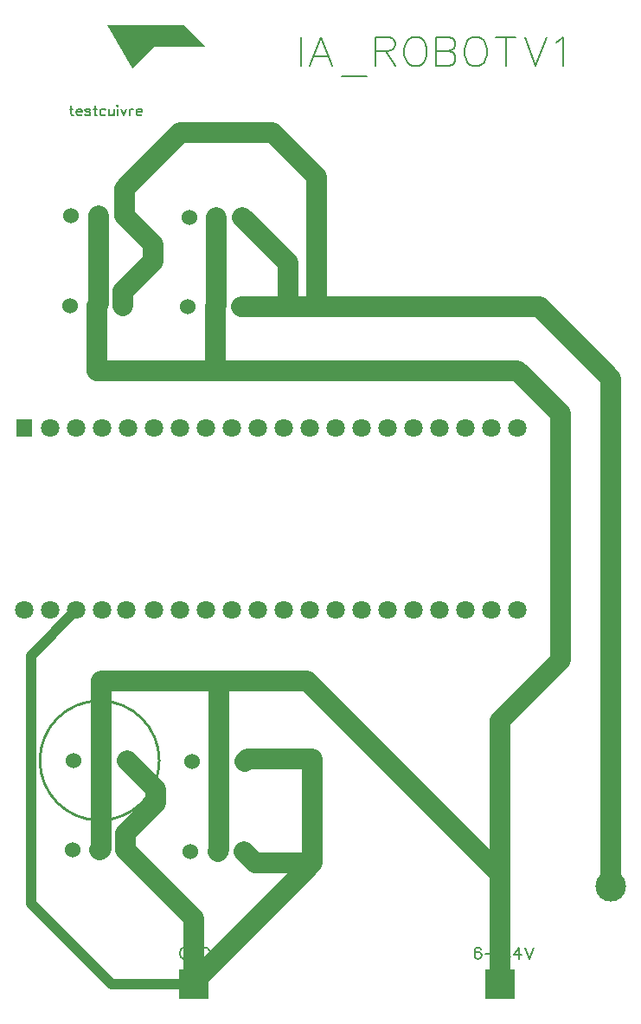
<source format=gtl>
G04 Layer: TopLayer*
G04 EasyEDA v6.5.22, 2023-01-23 21:57:17*
G04 de8440b1728b4b1fa777d768a3c70a3b,04e00c2877c74564a5b2718db8136e36,10*
G04 Gerber Generator version 0.2*
G04 Scale: 100 percent, Rotated: No, Reflected: No *
G04 Dimensions in millimeters *
G04 leading zeros omitted , absolute positions ,4 integer and 5 decimal *
%FSLAX45Y45*%
%MOMM*%

%ADD10C,0.1778*%
%ADD11C,0.1750*%
%ADD12C,2.0000*%
%ADD13C,1.0000*%
%ADD14C,0.2540*%
%ADD15C,1.5240*%
%ADD16C,1.8000*%
%ADD17R,1.5748X1.8000*%
%ADD18R,3.0000X3.0000*%
%ADD19C,3.0000*%
%ADD20C,0.0120*%

%LPD*%
D10*
X1944877Y622807D02*
G01*
X1939543Y633221D01*
X1929129Y643636D01*
X1918970Y648715D01*
X1898142Y648715D01*
X1887728Y643636D01*
X1877313Y633221D01*
X1871979Y622807D01*
X1866900Y607060D01*
X1866900Y581152D01*
X1871979Y565657D01*
X1877313Y555244D01*
X1887728Y544829D01*
X1898142Y539750D01*
X1918970Y539750D01*
X1929129Y544829D01*
X1939543Y555244D01*
X1944877Y565657D01*
X1944877Y581152D01*
X1918970Y581152D02*
G01*
X1944877Y581152D01*
X1979168Y648715D02*
G01*
X1979168Y539750D01*
X1979168Y648715D02*
G01*
X2051811Y539750D01*
X2051811Y648715D02*
G01*
X2051811Y539750D01*
X2086102Y648715D02*
G01*
X2086102Y539750D01*
X2086102Y648715D02*
G01*
X2122424Y648715D01*
X2138172Y643636D01*
X2148586Y633221D01*
X2153665Y622807D01*
X2159000Y607060D01*
X2159000Y581152D01*
X2153665Y565657D01*
X2148586Y555244D01*
X2138172Y544829D01*
X2122424Y539750D01*
X2086102Y539750D01*
X4812029Y633221D02*
G01*
X4806950Y643636D01*
X4791456Y648715D01*
X4781041Y648715D01*
X4765293Y643636D01*
X4754879Y627887D01*
X4749800Y601979D01*
X4749800Y576071D01*
X4754879Y555244D01*
X4765293Y544829D01*
X4781041Y539750D01*
X4786122Y539750D01*
X4801870Y544829D01*
X4812029Y555244D01*
X4817363Y570737D01*
X4817363Y576071D01*
X4812029Y591565D01*
X4801870Y601979D01*
X4786122Y607060D01*
X4781041Y607060D01*
X4765293Y601979D01*
X4754879Y591565D01*
X4749800Y576071D01*
X4851654Y586486D02*
G01*
X4945125Y586486D01*
X5052059Y648715D02*
G01*
X5000243Y539750D01*
X4979415Y648715D02*
G01*
X5052059Y648715D01*
X5091684Y565657D02*
G01*
X5086350Y560323D01*
X5091684Y555244D01*
X5096763Y560323D01*
X5091684Y565657D01*
X5183124Y648715D02*
G01*
X5131054Y576071D01*
X5209031Y576071D01*
X5183124Y648715D02*
G01*
X5183124Y539750D01*
X5243322Y648715D02*
G01*
X5284977Y539750D01*
X5326379Y648715D02*
G01*
X5284977Y539750D01*
D11*
X3048000Y9548368D02*
G01*
X3048000Y9261855D01*
X3247136Y9548368D02*
G01*
X3137915Y9261855D01*
X3247136Y9548368D02*
G01*
X3356102Y9261855D01*
X3178809Y9357360D02*
G01*
X3315208Y9357360D01*
X3446272Y9166605D02*
G01*
X3691636Y9166605D01*
X3781552Y9548368D02*
G01*
X3781552Y9261855D01*
X3781552Y9548368D02*
G01*
X3904488Y9548368D01*
X3945381Y9534652D01*
X3958843Y9520936D01*
X3972559Y9493758D01*
X3972559Y9466579D01*
X3958843Y9439147D01*
X3945381Y9425686D01*
X3904488Y9411970D01*
X3781552Y9411970D01*
X3877056Y9411970D02*
G01*
X3972559Y9261855D01*
X4144263Y9548368D02*
G01*
X4117086Y9534652D01*
X4089908Y9507474D01*
X4076191Y9480042D01*
X4062475Y9439147D01*
X4062475Y9371076D01*
X4076191Y9330181D01*
X4089908Y9302750D01*
X4117086Y9275571D01*
X4144263Y9261855D01*
X4198874Y9261855D01*
X4226306Y9275571D01*
X4253484Y9302750D01*
X4267200Y9330181D01*
X4280661Y9371076D01*
X4280661Y9439147D01*
X4267200Y9480042D01*
X4253484Y9507474D01*
X4226306Y9534652D01*
X4198874Y9548368D01*
X4144263Y9548368D01*
X4370831Y9548368D02*
G01*
X4370831Y9261855D01*
X4370831Y9548368D02*
G01*
X4493513Y9548368D01*
X4534408Y9534652D01*
X4548124Y9520936D01*
X4561586Y9493758D01*
X4561586Y9466579D01*
X4548124Y9439147D01*
X4534408Y9425686D01*
X4493513Y9411970D01*
X4370831Y9411970D02*
G01*
X4493513Y9411970D01*
X4534408Y9398254D01*
X4548124Y9384792D01*
X4561586Y9357360D01*
X4561586Y9316465D01*
X4548124Y9289287D01*
X4534408Y9275571D01*
X4493513Y9261855D01*
X4370831Y9261855D01*
X4733543Y9548368D02*
G01*
X4706111Y9534652D01*
X4678934Y9507474D01*
X4665218Y9480042D01*
X4651756Y9439147D01*
X4651756Y9371076D01*
X4665218Y9330181D01*
X4678934Y9302750D01*
X4706111Y9275571D01*
X4733543Y9261855D01*
X4787900Y9261855D01*
X4815331Y9275571D01*
X4842509Y9302750D01*
X4856225Y9330181D01*
X4869688Y9371076D01*
X4869688Y9439147D01*
X4856225Y9480042D01*
X4842509Y9507474D01*
X4815331Y9534652D01*
X4787900Y9548368D01*
X4733543Y9548368D01*
X5055361Y9548368D02*
G01*
X5055361Y9261855D01*
X4959858Y9548368D02*
G01*
X5150611Y9548368D01*
X5240781Y9548368D02*
G01*
X5349747Y9261855D01*
X5458968Y9548368D02*
G01*
X5349747Y9261855D01*
X5548884Y9493758D02*
G01*
X5576061Y9507474D01*
X5617209Y9548368D01*
X5617209Y9261855D01*
X801115Y8876537D02*
G01*
X801115Y8799321D01*
X805687Y8785605D01*
X814578Y8781034D01*
X823721Y8781034D01*
X787400Y8844787D02*
G01*
X819150Y8844787D01*
X853694Y8817610D02*
G01*
X908304Y8817610D01*
X908304Y8826500D01*
X903731Y8835644D01*
X899160Y8840215D01*
X890015Y8844787D01*
X876554Y8844787D01*
X867410Y8840215D01*
X858265Y8831071D01*
X853694Y8817610D01*
X853694Y8808465D01*
X858265Y8794750D01*
X867410Y8785605D01*
X876554Y8781034D01*
X890015Y8781034D01*
X899160Y8785605D01*
X908304Y8794750D01*
X988313Y8831071D02*
G01*
X983742Y8840215D01*
X970026Y8844787D01*
X956563Y8844787D01*
X942847Y8840215D01*
X938276Y8831071D01*
X942847Y8822181D01*
X951992Y8817610D01*
X974597Y8813037D01*
X983742Y8808465D01*
X988313Y8799321D01*
X988313Y8794750D01*
X983742Y8785605D01*
X970026Y8781034D01*
X956563Y8781034D01*
X942847Y8785605D01*
X938276Y8794750D01*
X1032002Y8876537D02*
G01*
X1032002Y8799321D01*
X1036573Y8785605D01*
X1045463Y8781034D01*
X1054607Y8781034D01*
X1018286Y8844787D02*
G01*
X1050036Y8844787D01*
X1139189Y8831071D02*
G01*
X1130045Y8840215D01*
X1121155Y8844787D01*
X1107439Y8844787D01*
X1098295Y8840215D01*
X1089152Y8831071D01*
X1084579Y8817610D01*
X1084579Y8808465D01*
X1089152Y8794750D01*
X1098295Y8785605D01*
X1107439Y8781034D01*
X1121155Y8781034D01*
X1130045Y8785605D01*
X1139189Y8794750D01*
X1169162Y8844787D02*
G01*
X1169162Y8799321D01*
X1173734Y8785605D01*
X1182878Y8781034D01*
X1196594Y8781034D01*
X1205484Y8785605D01*
X1219200Y8799321D01*
X1219200Y8844787D02*
G01*
X1219200Y8781034D01*
X1249171Y8876537D02*
G01*
X1253744Y8871965D01*
X1258315Y8876537D01*
X1253744Y8881110D01*
X1249171Y8876537D01*
X1253744Y8844787D02*
G01*
X1253744Y8781034D01*
X1288287Y8844787D02*
G01*
X1315465Y8781034D01*
X1342897Y8844787D02*
G01*
X1315465Y8781034D01*
X1372870Y8844787D02*
G01*
X1372870Y8781034D01*
X1372870Y8817610D02*
G01*
X1377442Y8831071D01*
X1386586Y8840215D01*
X1395476Y8844787D01*
X1409192Y8844787D01*
X1439163Y8817610D02*
G01*
X1493773Y8817610D01*
X1493773Y8826500D01*
X1489202Y8835644D01*
X1484629Y8840215D01*
X1475486Y8844787D01*
X1462023Y8844787D01*
X1452879Y8840215D01*
X1443736Y8831071D01*
X1439163Y8817610D01*
X1439163Y8808465D01*
X1443736Y8794750D01*
X1452879Y8785605D01*
X1462023Y8781034D01*
X1475486Y8781034D01*
X1484629Y8785605D01*
X1493773Y8794750D01*
G36*
X1155700Y9664700D02*
G01*
X1400454Y9236354D01*
X1612900Y9448800D01*
X2120900Y9448800D01*
X1905000Y9664700D01*
G37*
D12*
X4999990Y290068D02*
G01*
X4999990Y1362710D01*
X3111500Y3251200D01*
X1092200Y3251200D01*
X1092200Y2476500D01*
X2247900Y2463800D02*
G01*
X2247900Y3251200D01*
X2209800Y6908800D02*
G01*
X2209800Y6286500D01*
X1092200Y2476500D02*
G01*
X1092200Y1612900D01*
X1079500Y1600200D01*
X2247900Y2463800D02*
G01*
X2247900Y1600200D01*
X2235200Y1587500D01*
X1066800Y7797800D02*
G01*
X1066800Y6934200D01*
X1054100Y6921500D01*
X1999995Y290068D02*
G01*
X1999995Y310895D01*
X3162300Y1473200D01*
X3162300Y2489200D01*
X2527300Y2489200D01*
X2501900Y2463800D01*
X3162300Y1473200D02*
G01*
X2603500Y1473200D01*
X2489200Y1587500D01*
X1999995Y289999D02*
G01*
X1999995Y933704D01*
X1333500Y1600200D01*
X1333500Y1600200D02*
G01*
X1333500Y1765300D01*
X1625600Y2057400D01*
X1625600Y2197100D01*
X1346200Y2476500D01*
X2920415Y6908800D02*
G01*
X2920415Y7341184D01*
X2476500Y7785100D01*
X1308100Y6921500D02*
G01*
X1308100Y7061200D01*
X1600200Y7353300D01*
X1600200Y7518400D01*
X1320800Y7797800D01*
X1320800Y7797800D02*
G01*
X1320800Y8064500D01*
X1866900Y8610600D01*
X2768600Y8610600D01*
X3200400Y8178800D01*
X3200400Y6908800D01*
X2222500Y7785100D02*
G01*
X2222500Y6921500D01*
X2209800Y6908800D01*
X6083300Y1244600D02*
G01*
X6083300Y6210300D01*
X5384800Y6908800D01*
X2463800Y6908800D01*
X4999990Y1362710D02*
G01*
X4999990Y2866389D01*
X5588000Y3454400D01*
X5588000Y5867400D01*
X5168900Y6286500D01*
X1054100Y6286500D01*
X1054100Y6921500D01*
D13*
X1999995Y289999D02*
G01*
X1195900Y289999D01*
X406400Y1079500D01*
X406400Y3502479D01*
X852357Y3948437D01*
D14*
G75*
G01*
X1663700Y2476500D02*
G02*
X495300Y2476500I-584200J0D01*
G75*
G01*
X495300Y2476500D02*
G02*
X1663700Y2476500I584200J0D01*
D15*
G01*
X1346200Y2476500D03*
G01*
X1092200Y2476500D03*
G01*
X825500Y2476500D03*
D16*
G01*
X5170347Y5726429D03*
G01*
X4916347Y5726429D03*
G01*
X4662347Y5726429D03*
G01*
X4408347Y5726429D03*
G01*
X4154347Y5726429D03*
G01*
X3900347Y5726429D03*
G01*
X3646347Y5726429D03*
G01*
X3392347Y5726429D03*
G01*
X3138347Y5726429D03*
G01*
X2884347Y5726429D03*
G01*
X2630347Y5726429D03*
G01*
X2376347Y5726429D03*
G01*
X2122347Y5726429D03*
G01*
X1868347Y5726429D03*
G01*
X1614347Y5726429D03*
G01*
X1360347Y5726429D03*
G01*
X1106347Y5726429D03*
G01*
X852347Y5726429D03*
G01*
X598347Y5726429D03*
D17*
G01*
X344347Y5726429D03*
D16*
G01*
X5170347Y3948429D03*
G01*
X4916347Y3948429D03*
G01*
X4662347Y3948429D03*
G01*
X4408347Y3948429D03*
G01*
X4154347Y3948429D03*
G01*
X3900347Y3948429D03*
G01*
X3646347Y3948429D03*
G01*
X3392347Y3948429D03*
G01*
X3138347Y3948429D03*
G01*
X2884347Y3948429D03*
G01*
X2630347Y3948429D03*
G01*
X2376347Y3948429D03*
G01*
X2122347Y3948429D03*
G01*
X1868347Y3948429D03*
G01*
X1614347Y3948429D03*
G01*
X1340027Y3948429D03*
G01*
X1106347Y3948429D03*
G01*
X852347Y3948429D03*
G01*
X598347Y3948429D03*
G01*
X344347Y3948429D03*
D18*
G01*
X1999995Y289991D03*
G01*
X4999990Y289991D03*
D15*
G01*
X812800Y1600200D03*
G01*
X1079500Y1600200D03*
G01*
X1333500Y1600200D03*
G01*
X2489200Y1587500D03*
G01*
X2235200Y1587500D03*
G01*
X1968500Y1587500D03*
G01*
X1981200Y2463800D03*
G01*
X2247900Y2463800D03*
G01*
X2501900Y2463800D03*
G01*
X2476500Y7785100D03*
G01*
X2222500Y7785100D03*
G01*
X1955800Y7785100D03*
G01*
X1943100Y6908800D03*
G01*
X2209800Y6908800D03*
G01*
X2463800Y6908800D03*
G01*
X1308100Y6921500D03*
G01*
X1054100Y6921500D03*
G01*
X787400Y6921500D03*
G01*
X800100Y7797800D03*
G01*
X1066800Y7797800D03*
G01*
X1320800Y7797800D03*
D19*
G01*
X6083300Y1244600D03*
M02*

</source>
